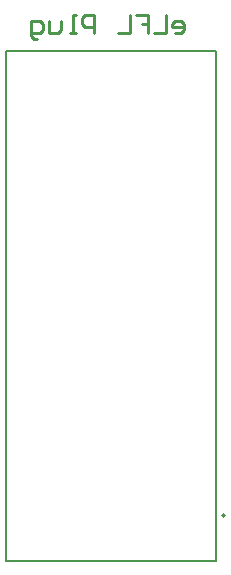
<source format=gbr>
%TF.GenerationSoftware,Altium Limited,Altium Designer,22.11.1 (43)*%
G04 Layer_Color=32896*
%FSLAX45Y45*%
%MOMM*%
%TF.SameCoordinates,5DEA204F-CF78-4797-B912-E701730AB70B*%
%TF.FilePolarity,Positive*%
%TF.FileFunction,Legend,Bot*%
%TF.Part,Single*%
G01*
G75*
%TA.AperFunction,NonConductor*%
%ADD15C,0.12700*%
%ADD16C,0.25400*%
%ADD17C,0.20000*%
D15*
X9537700Y6527800D02*
X11315700D01*
Y10845800D01*
X9537700Y6527800D02*
Y10845800D01*
X11315700D01*
D16*
X10962613Y10998217D02*
X11013396D01*
X11038788Y11023608D01*
Y11074392D01*
X11013396Y11099784D01*
X10962613D01*
X10937221Y11074392D01*
Y11049000D01*
X11038788D01*
X10886437Y11150567D02*
Y10998217D01*
X10784870D01*
X10632519Y11150567D02*
X10734086D01*
Y11074392D01*
X10683303D01*
X10734086D01*
Y10998217D01*
X10581736Y11150567D02*
Y10998217D01*
X10480169D01*
X10277034D02*
Y11150567D01*
X10200859D01*
X10175467Y11125175D01*
Y11074392D01*
X10200859Y11049000D01*
X10277034D01*
X10124684Y10998217D02*
X10073900D01*
X10099292D01*
Y11150567D01*
X10124684D01*
X9997725Y11099784D02*
Y11023608D01*
X9972333Y10998217D01*
X9896157D01*
Y11099784D01*
X9794591Y10947433D02*
X9769199D01*
X9743807Y10972825D01*
Y11099784D01*
X9819982D01*
X9845374Y11074392D01*
Y11023608D01*
X9819982Y10998217D01*
X9743807D01*
D17*
X11386698Y6908800D02*
G03*
X11386698Y6908800I-10000J0D01*
G01*
%TF.MD5,79ff1adf44d3754d040aaaedb84b1af4*%
M02*

</source>
